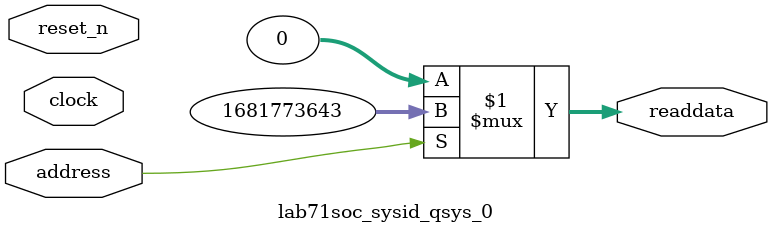
<source format=v>



// synthesis translate_off
`timescale 1ns / 1ps
// synthesis translate_on

// turn off superfluous verilog processor warnings 
// altera message_level Level1 
// altera message_off 10034 10035 10036 10037 10230 10240 10030 

module lab71soc_sysid_qsys_0 (
               // inputs:
                address,
                clock,
                reset_n,

               // outputs:
                readdata
             )
;

  output  [ 31: 0] readdata;
  input            address;
  input            clock;
  input            reset_n;

  wire    [ 31: 0] readdata;
  //control_slave, which is an e_avalon_slave
  assign readdata = address ? 1681773643 : 0;

endmodule



</source>
